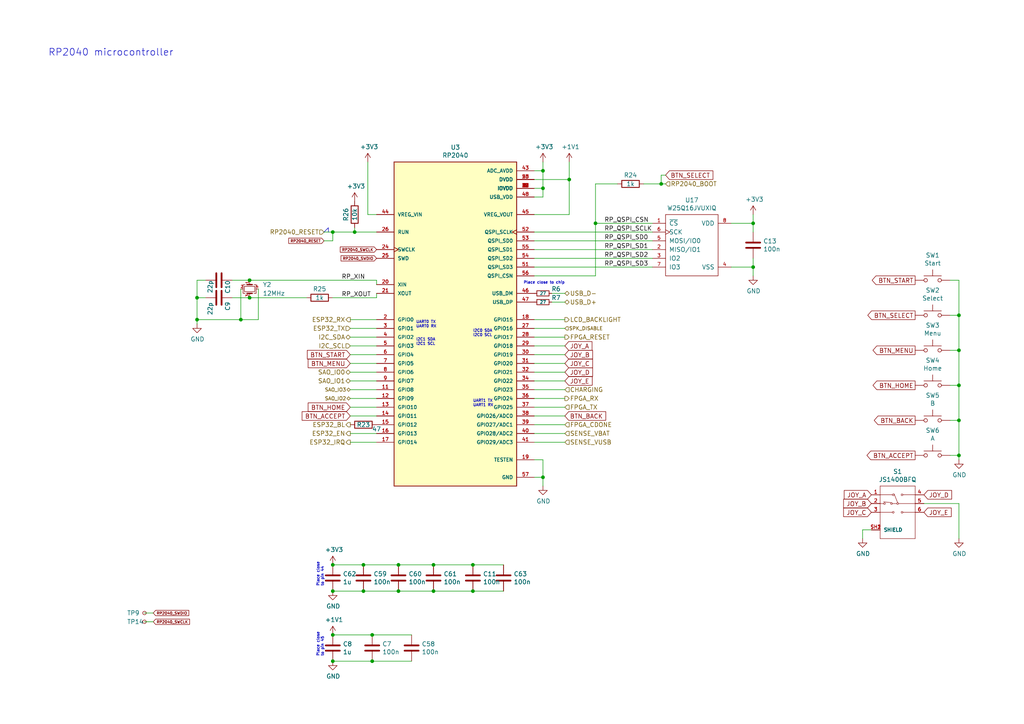
<source format=kicad_sch>
(kicad_sch (version 20211123) (generator eeschema)
  (paper "A4")
  (title_block (title "MCH2022 badge - RP2040 microcontroller") (date "2022-03-11") (rev "4") (company "BADGE.TEAM"))
  (lib_symbols
    (symbol "JS1400BFQ:JS1400BFQ" (pin_names (offset 1.016))
      (property "Reference" "S" (at -5.08 7.8994 0))
      (property "Value" "JS1400BFQ" (at -5.1054 -9.1694 0))
      (symbol "JS1400BFQ_0_0"
        (circle (center -3.81 2.54) (radius 0.254) (stroke (width 0.127)))
        (circle (center -1.778 2.54) (radius 0.254) (stroke (width 0.127)))
        (circle (center -1.27 0) (radius 0.254) (stroke (width 0.127)))
        (circle (center -1.27 5.08) (radius 0.254) (stroke (width 0.127)))
        (polyline (pts (xy -5.08 -7.62) (xy 5.08 -7.62)) (stroke (width 0.127)))
        (polyline (pts (xy -5.08 0) (xy -5.08 -7.62)) (stroke (width 0.127)))
        (polyline (pts (xy -5.08 0) (xy -1.524 0)) (stroke (width 0.127)))
        (polyline (pts (xy -5.08 2.54) (xy -5.08 0)) (stroke (width 0.127)))
        (polyline (pts (xy -5.08 2.54) (xy -4.064 2.54)) (stroke (width 0.127)))
        (polyline (pts (xy -5.08 5.08) (xy -5.08 2.54)) (stroke (width 0.127)))
        (polyline (pts (xy -5.08 5.08) (xy -1.524 5.08)) (stroke (width 0.127)))
        (polyline (pts (xy -5.08 7.62) (xy -5.08 5.08)) (stroke (width 0.127)))
        (polyline (pts (xy -5.08 7.62) (xy 5.08 7.62)) (stroke (width 0.127)))
        (polyline (pts (xy -1.778 2.794) (xy -4.064 3.048)) (stroke (width 0.127)))
        (polyline (pts (xy -1.524 2.54) (xy -0.254 2.54)) (stroke (width 0.127)))
        (polyline (pts (xy 0 2.794) (xy -1.016 5.334)) (stroke (width 0.127)))
        (polyline (pts (xy 5.08 0) (xy 1.524 0)) (stroke (width 0.127)))
        (polyline (pts (xy 5.08 0) (xy 5.08 -7.62)) (stroke (width 0.127)))
        (polyline (pts (xy 5.08 2.54) (xy 0.254 2.54)) (stroke (width 0.127)))
        (polyline (pts (xy 5.08 2.54) (xy 5.08 0)) (stroke (width 0.127)))
        (polyline (pts (xy 5.08 5.08) (xy 1.524 5.08)) (stroke (width 0.127)))
        (polyline (pts (xy 5.08 5.08) (xy 5.08 2.54)) (stroke (width 0.127)))
        (polyline (pts (xy 5.08 7.62) (xy 5.08 5.08)) (stroke (width 0.127)))
        (circle (center 0 2.54) (radius 0.254) (stroke (width 0.127)))
        (circle (center 1.27 0) (radius 0.254) (stroke (width 0.127)))
        (circle (center 1.27 5.08) (radius 0.254) (stroke (width 0.127)))
        (pin passive line (at -7.62 5.08 0) (length 2.54) (name "~") (number "1"))
        (pin passive line (at -7.62 2.54 0) (length 2.54) (name "~") (number "2"))
        (pin passive line (at -7.62 0 0) (length 2.54) (name "~") (number "3"))
        (pin passive line (at 7.62 5.08 180) (length 2.54) (name "~") (number "4"))
        (pin passive line (at 7.62 2.54 180) (length 2.54) (name "~") (number "5"))
        (pin passive line (at 7.62 0 180) (length 2.54) (name "~") (number "6"))
        (pin passive line (at -7.62 -5.08 0) (length 2.54) (name "SHIELD") (number "SH1"))
        (pin passive line (at -7.62 -5.08 0) (length 2.54) (name "SHIELD") (number "SH2"))
      )
    )
    (symbol "RP2040:RP2040" (pin_names (offset 1.016))
      (property "Reference" "U" (at -17.78 50.8 0))
      (property "Value" "RP2040" (at -17.78 -48.26 0))
      (symbol "RP2040_0_0"
        (rectangle (start -17.78 -45.72) (end 17.78 48.26) (stroke (width 0.254)) (fill (type background)))
        (pin power_in line (at 22.86 40.64 180) (length 5.08) (name "IOVDD") (number "1"))
        (pin power_in line (at 22.86 40.64 180) (length 5.08) (name "IOVDD") (number "10"))
        (pin bidirectional line (at -22.86 -17.78 0) (length 5.08) (name "GPIO8") (number "11"))
        (pin bidirectional line (at -22.86 -20.32 0) (length 5.08) (name "GPIO9") (number "12"))
        (pin bidirectional line (at -22.86 -22.86 0) (length 5.08) (name "GPIO10") (number "13"))
        (pin bidirectional line (at -22.86 -25.4 0) (length 5.08) (name "GPIO11") (number "14"))
        (pin bidirectional line (at -22.86 -27.94 0) (length 5.08) (name "GPIO12") (number "15"))
        (pin bidirectional line (at -22.86 -30.48 0) (length 5.08) (name "GPIO13") (number "16"))
        (pin bidirectional line (at -22.86 -33.02 0) (length 5.08) (name "GPIO14") (number "17"))
        (pin bidirectional line (at 22.86 2.54 180) (length 5.08) (name "GPIO15") (number "18"))
        (pin passive line (at 22.86 -38.1 180) (length 5.08) (name "TESTEN") (number "19"))
        (pin bidirectional line (at -22.86 2.54 0) (length 5.08) (name "GPIO0") (number "2"))
        (pin input line (at -22.86 12.7 0) (length 5.08) (name "XIN") (number "20"))
        (pin output line (at -22.86 10.16 0) (length 5.08) (name "XOUT") (number "21"))
        (pin power_in line (at 22.86 40.64 180) (length 5.08) (name "IOVDD") (number "22"))
        (pin power_in line (at 22.86 43.18 180) (length 5.08) (name "DVDD") (number "23"))
        (pin input clock (at -22.86 22.86 0) (length 5.08) (name "SWCLK") (number "24"))
        (pin bidirectional line (at -22.86 20.32 0) (length 5.08) (name "SWD") (number "25"))
        (pin input line (at -22.86 27.94 0) (length 5.08) (name "RUN") (number "26"))
        (pin bidirectional line (at 22.86 0 180) (length 5.08) (name "GPIO16") (number "27"))
        (pin bidirectional line (at 22.86 -2.54 180) (length 5.08) (name "GPIO17") (number "28"))
        (pin bidirectional line (at 22.86 -5.08 180) (length 5.08) (name "GPIO18") (number "29"))
        (pin bidirectional line (at -22.86 0 0) (length 5.08) (name "GPIO1") (number "3"))
        (pin bidirectional line (at 22.86 -7.62 180) (length 5.08) (name "GPIO19") (number "30"))
        (pin bidirectional line (at 22.86 -10.16 180) (length 5.08) (name "GPIO20") (number "31"))
        (pin bidirectional line (at 22.86 -12.7 180) (length 5.08) (name "GPIO21") (number "32"))
        (pin power_in line (at 22.86 40.64 180) (length 5.08) (name "IOVDD") (number "33"))
        (pin bidirectional line (at 22.86 -15.24 180) (length 5.08) (name "GPIO22") (number "34"))
        (pin bidirectional line (at 22.86 -17.78 180) (length 5.08) (name "GPIO23") (number "35"))
        (pin bidirectional line (at 22.86 -20.32 180) (length 5.08) (name "GPIO24") (number "36"))
        (pin bidirectional line (at 22.86 -22.86 180) (length 5.08) (name "GPIO25") (number "37"))
        (pin bidirectional line (at 22.86 -25.4 180) (length 5.08) (name "GPIO26/ADC0") (number "38"))
        (pin bidirectional line (at 22.86 -27.94 180) (length 5.08) (name "GPIO27/ADC1") (number "39"))
        (pin bidirectional line (at -22.86 -2.54 0) (length 5.08) (name "GPIO2") (number "4"))
        (pin bidirectional line (at 22.86 -30.48 180) (length 5.08) (name "GPIO28/ADC2") (number "40"))
        (pin bidirectional line (at 22.86 -33.02 180) (length 5.08) (name "GPIO29/ADC3") (number "41"))
        (pin power_in line (at 22.86 40.64 180) (length 5.08) (name "IOVDD") (number "42"))
        (pin power_in line (at 22.86 45.72 180) (length 5.08) (name "ADC_AVDD") (number "43"))
        (pin input line (at -22.86 33.02 0) (length 5.08) (name "VREG_VIN") (number "44"))
        (pin output line (at 22.86 33.02 180) (length 5.08) (name "VREG_VOUT") (number "45"))
        (pin bidirectional line (at 22.86 10.16 180) (length 5.08) (name "USB_DM") (number "46"))
        (pin bidirectional line (at 22.86 7.62 180) (length 5.08) (name "USB_DP") (number "47"))
        (pin power_in line (at 22.86 38.1 180) (length 5.08) (name "USB_VDD") (number "48"))
        (pin power_in line (at 22.86 40.64 180) (length 5.08) (name "IOVDD") (number "49"))
        (pin bidirectional line (at -22.86 -5.08 0) (length 5.08) (name "GPIO3") (number "5"))
        (pin power_in line (at 22.86 43.18 180) (length 5.08) (name "DVDD") (number "50"))
        (pin bidirectional line (at 22.86 17.78 180) (length 5.08) (name "QSPI_SD3") (number "51"))
        (pin bidirectional clock (at 22.86 27.94 180) (length 5.08) (name "QSPI_SCLK") (number "52"))
        (pin bidirectional line (at 22.86 25.4 180) (length 5.08) (name "QSPI_SD0") (number "53"))
        (pin bidirectional line (at 22.86 20.32 180) (length 5.08) (name "QSPI_SD2") (number "54"))
        (pin bidirectional line (at 22.86 22.86 180) (length 5.08) (name "QSPI_SD1") (number "55"))
        (pin bidirectional line (at 22.86 15.24 180) (length 5.08) (name "QSPI_CSN") (number "56"))
        (pin power_in line (at 22.86 -43.18 180) (length 5.08) (name "GND") (number "57"))
        (pin bidirectional line (at -22.86 -7.62 0) (length 5.08) (name "GPIO4") (number "6"))
        (pin bidirectional line (at -22.86 -10.16 0) (length 5.08) (name "GPIO5") (number "7"))
        (pin bidirectional line (at -22.86 -12.7 0) (length 5.08) (name "GPIO6") (number "8"))
        (pin bidirectional line (at -22.86 -15.24 0) (length 5.08) (name "GPIO7") (number "9"))
      )
    )
    (symbol "mch2021-rescue:+3.3V-power" (power) (pin_names (offset 0))
      (property "Value" "+3.3V-power" (at 0 3.556 0))
      (symbol "+3.3V-power_0_1"
        (polyline (pts (xy -0.762 1.27) (xy 0 2.54)))
        (polyline (pts (xy 0 0) (xy 0 2.54)))
        (polyline (pts (xy 0 2.54) (xy 0.762 1.27)))
      )
      (symbol "+3.3V-power_1_1"
        (pin power_in line (at 0 0 90) (length 0) hide (name "+3V3") (number "1"))
      )
    )
    (symbol "mch2021-rescue:C-Device" (pin_numbers hide) (pin_names (offset 0.254))
      (property "Reference" "C" (at 0.635 2.54 0))
      (property "Value" "C-Device" (at 0.635 -2.54 0))
      (symbol "C-Device_0_1"
        (polyline (pts (xy -2.032 -0.762) (xy 2.032 -0.762)) (stroke (width 0.508)))
        (polyline (pts (xy -2.032 0.762) (xy 2.032 0.762)) (stroke (width 0.508)))
      )
      (symbol "C-Device_1_1"
        (pin passive line (at 0 3.81 270) (length 2.794) (name "~") (number "1"))
        (pin passive line (at 0 -3.81 90) (length 2.794) (name "~") (number "2"))
      )
    )
    (symbol "mch2021-rescue:Crystal_GND24_Small-Device" (pin_names (offset 1.016) hide)
      (property "Reference" "Y" (at 1.27 4.445 0))
      (property "Value" "Crystal_GND24_Small-Device" (at 1.27 2.54 0))
      (symbol "Crystal_GND24_Small-Device_0_1"
        (rectangle (start -0.762 -1.524) (end 0.762 1.524))
        (polyline (pts (xy -1.27 -0.762) (xy -1.27 0.762)) (stroke (width 0.381)))
        (polyline (pts (xy 1.27 -0.762) (xy 1.27 0.762)) (stroke (width 0.381)))
        (polyline (pts (xy -1.27 -1.27) (xy -1.27 -1.905) (xy 1.27 -1.905) (xy 1.27 -1.27)))
        (polyline (pts (xy -1.27 1.27) (xy -1.27 1.905) (xy 1.27 1.905) (xy 1.27 1.27)))
      )
      (symbol "Crystal_GND24_Small-Device_1_1"
        (pin passive line (at -2.54 0 0) (length 1.27) (name "1") (number "1"))
        (pin passive line (at 0 -2.54 90) (length 0.635) (name "2") (number "2"))
        (pin passive line (at 2.54 0 180) (length 1.27) (name "3") (number "3"))
        (pin passive line (at 0 2.54 270) (length 0.635) (name "4") (number "4"))
      )
    )
    (symbol "mch2021-rescue:GND-power" (power) (pin_names (offset 0))
      (property "Value" "GND-power" (at 0 -3.81 0))
      (symbol "GND-power_0_1"
        (polyline (pts (xy 0 0) (xy 0 -1.27) (xy 1.27 -1.27) (xy 0 -2.54) (xy -1.27 -1.27) (xy 0 -1.27)))
      )
      (symbol "GND-power_1_1"
        (pin power_in line (at 0 0 270) (length 0) hide (name "GND") (number "1"))
      )
    )
    (symbol "mch2021-rescue:R-Device" (pin_numbers hide) (pin_names (offset 0))
      (property "Reference" "R" (at 2.032 0 90))
      (property "Value" "R-Device" (at 0 0 90))
      (symbol "R-Device_0_1"
        (rectangle (start -1.016 -2.54) (end 1.016 2.54) (stroke (width 0.254)))
      )
      (symbol "R-Device_1_1"
        (pin passive line (at 0 3.81 270) (length 1.27) (name "~") (number "1"))
        (pin passive line (at 0 -3.81 90) (length 1.27) (name "~") (number "2"))
      )
    )
    (symbol "mch2021-rescue:R_Small-Device" (pin_numbers hide) (pin_names (offset 0.254) hide)
      (property "Reference" "R" (at 0.762 0.508 0))
      (property "Value" "R_Small-Device" (at 0.762 -1.016 0))
      (symbol "R_Small-Device_0_1"
        (rectangle (start -0.762 1.778) (end 0.762 -1.778) (stroke (width 0.2032)))
      )
      (symbol "R_Small-Device_1_1"
        (pin passive line (at 0 2.54 270) (length 0.762) (name "~") (number "1"))
        (pin passive line (at 0 -2.54 90) (length 0.762) (name "~") (number "2"))
      )
    )
    (symbol "mch2021-rescue:SPIFLASH_QSPI-spiflash" (pin_names (offset 1.016))
      (property "Reference" "U" (at 0 12.7 0))
      (property "Value" "SPIFLASH_QSPI-spiflash" (at 0 10.16 0))
      (symbol "SPIFLASH_QSPI-spiflash_0_1"
        (rectangle (start -7.62 8.89) (end 7.62 -8.89))
      )
      (symbol "SPIFLASH_QSPI-spiflash_1_1"
        (pin input line (at -11.43 6.35 0) (length 3.81) (name "~{CS}") (number "1"))
        (pin tri_state line (at -11.43 -1.27 0) (length 3.81) (name "MISO/IO1") (number "2"))
        (pin tri_state line (at -11.43 -3.81 0) (length 3.81) (name "IO2") (number "3"))
        (pin power_in line (at 11.43 -6.35 180) (length 3.81) (name "VSS") (number "4"))
        (pin tri_state line (at -11.43 1.27 0) (length 3.81) (name "MOSI/IO0") (number "5"))
        (pin input clock (at -11.43 3.81 0) (length 3.81) (name "SCK") (number "6"))
        (pin tri_state line (at -11.43 -6.35 0) (length 3.81) (name "IO3") (number "7"))
        (pin power_in line (at 11.43 6.35 180) (length 3.81) (name "VDD") (number "8"))
      )
    )
    (symbol "mch2021-rescue:SW_Push-Switch" (pin_numbers hide) (pin_names (offset 1.016) hide)
      (property "Reference" "SW" (at 1.27 2.54 0))
      (property "Value" "SW_Push-Switch" (at 0 -1.524 0))
      (symbol "SW_Push-Switch_0_1"
        (circle (center -2.032 0) (radius 0.508))
        (polyline (pts (xy 0 1.27) (xy 0 3.048)))
        (polyline (pts (xy 2.54 1.27) (xy -2.54 1.27)))
        (circle (center 2.032 0) (radius 0.508))
        (pin passive line (at -5.08 0 0) (length 2.54) (name "1") (number "1"))
        (pin passive line (at 5.08 0 180) (length 2.54) (name "2") (number "2"))
      )
    )
    (symbol "mch2021-rescue:TestPoint_Small-Connector" (pin_numbers hide) (pin_names (offset 0.762) hide)
      (property "Reference" "TP" (at 0 3.81 0))
      (property "Value" "TestPoint_Small-Connector" (at 0 2.032 0))
      (symbol "TestPoint_Small-Connector_0_1"
        (circle (center 0 0) (radius 0.508))
      )
      (symbol "TestPoint_Small-Connector_1_1"
        (pin passive line (at 0 0 90) (length 0) (name "1") (number "1"))
      )
    )
    (symbol "power:+1V1" (power) (pin_names (offset 0))
      (property "Value" "+1V1" (at 0 3.556 0))
      (symbol "+1V1_0_1"
        (polyline (pts (xy -0.762 1.27) (xy 0 2.54)))
        (polyline (pts (xy 0 0) (xy 0 2.54)))
        (polyline (pts (xy 0 2.54) (xy 0.762 1.27)))
      )
      (symbol "+1V1_1_1"
        (pin power_in line (at 0 0 90) (length 0) hide (name "+1V1") (number "1"))
      )
    )
  )
  (junction (at 218.44 64.77))
  (junction (at 96.52 67.31))
  (junction (at 57.15 92.71))
  (junction (at 157.48 49.53))
  (junction (at 157.48 138.43))
  (junction (at 137.16 171.45))
  (junction (at 69.85 92.71))
  (junction (at 125.73 163.83))
  (junction (at 96.52 184.15))
  (junction (at 218.44 77.47))
  (junction (at 278.13 132.08))
  (junction (at 157.48 54.61))
  (junction (at 165.1 52.07))
  (junction (at 96.52 163.83))
  (junction (at 278.13 121.92))
  (junction (at 278.13 91.44))
  (junction (at 191.77 53.34))
  (junction (at 107.95 184.15))
  (junction (at 72.39 81.28))
  (junction (at 107.95 191.77))
  (junction (at 72.39 86.36))
  (junction (at 96.52 191.77))
  (junction (at 115.57 171.45))
  (junction (at 96.52 171.45))
  (junction (at 115.57 163.83))
  (junction (at 137.16 163.83))
  (junction (at 125.73 171.45))
  (junction (at 278.13 101.6))
  (junction (at 105.41 163.83))
  (junction (at 102.87 67.31))
  (junction (at 57.15 86.36))
  (junction (at 278.13 111.76))
  (junction (at 172.72 64.77))
  (junction (at 105.41 171.45))
  (wire (pts (xy 101.6 120.65) (xy 109.22 120.65)))
  (wire (pts (xy 154.94 107.95) (xy 163.83 107.95)))
  (wire (pts (xy 101.6 125.73) (xy 109.22 125.73)))
  (wire (pts (xy 109.22 115.57) (xy 101.6 115.57)))
  (wire (pts (xy 109.22 86.36) (xy 109.22 85.09)))
  (wire (pts (xy 57.15 92.71) (xy 57.15 86.36)))
  (wire (pts (xy 218.44 64.77) (xy 218.44 67.31)))
  (wire (pts (xy 278.13 121.92) (xy 278.13 132.08)))
  (wire (pts (xy 154.94 54.61) (xy 157.48 54.61)))
  (wire (pts (xy 101.6 110.49) (xy 109.22 110.49)))
  (wire (pts (xy 154.94 69.85) (xy 189.23 69.85)))
  (wire (pts (xy 193.04 50.8) (xy 191.77 50.8)))
  (wire (pts (xy 137.16 171.45) (xy 146.05 171.45)))
  (wire (pts (xy 115.57 163.83) (xy 125.73 163.83)))
  (wire (pts (xy 96.52 191.77) (xy 107.95 191.77)))
  (wire (pts (xy 109.22 62.23) (xy 106.68 62.23)))
  (wire (pts (xy 154.94 97.79) (xy 163.83 97.79)))
  (wire (pts (xy 163.83 118.11) (xy 154.94 118.11)))
  (wire (pts (xy 278.13 146.05) (xy 267.97 146.05)))
  (wire (pts (xy 154.94 138.43) (xy 157.48 138.43)))
  (wire (pts (xy 102.87 67.31) (xy 102.87 66.04)))
  (wire (pts (xy 154.94 102.87) (xy 163.83 102.87)))
  (wire (pts (xy 102.87 67.31) (xy 109.22 67.31)))
  (wire (pts (xy 154.94 110.49) (xy 163.83 110.49)))
  (wire (pts (xy 163.83 115.57) (xy 154.94 115.57)))
  (wire (pts (xy 107.95 191.77) (xy 119.38 191.77)))
  (wire (pts (xy 275.59 101.6) (xy 278.13 101.6)))
  (wire (pts (xy 101.6 105.41) (xy 109.22 105.41)))
  (wire (pts (xy 154.94 100.33) (xy 163.83 100.33)))
  (wire (pts (xy 109.22 81.28) (xy 109.22 82.55)))
  (wire (pts (xy 172.72 80.01) (xy 172.72 64.77)))
  (wire (pts (xy 154.94 80.01) (xy 172.72 80.01)))
  (wire (pts (xy 165.1 52.07) (xy 165.1 46.99)))
  (wire (pts (xy 96.52 86.36) (xy 109.22 86.36)))
  (wire (pts (xy 96.52 184.15) (xy 107.95 184.15)))
  (polyline (pts (xy 95.25 66.04) (xy 95.25 67.31)))
  (wire (pts (xy 160.02 87.63) (xy 163.83 87.63)))
  (wire (pts (xy 275.59 111.76) (xy 278.13 111.76)))
  (wire (pts (xy 154.94 57.15) (xy 157.48 57.15)))
  (wire (pts (xy 115.57 171.45) (xy 125.73 171.45)))
  (wire (pts (xy 157.48 138.43) (xy 157.48 140.97)))
  (wire (pts (xy 137.16 163.83) (xy 146.05 163.83)))
  (wire (pts (xy 101.6 118.11) (xy 109.22 118.11)))
  (wire (pts (xy 163.83 128.27) (xy 154.94 128.27)))
  (wire (pts (xy 218.44 77.47) (xy 218.44 80.01)))
  (wire (pts (xy 101.6 107.95) (xy 109.22 107.95)))
  (wire (pts (xy 154.94 72.39) (xy 189.23 72.39)))
  (wire (pts (xy 44.45 177.8) (xy 41.91 177.8)))
  (wire (pts (xy 172.72 53.34) (xy 172.72 64.77)))
  (wire (pts (xy 278.13 81.28) (xy 278.13 91.44)))
  (wire (pts (xy 154.94 77.47) (xy 189.23 77.47)))
  (wire (pts (xy 69.85 92.71) (xy 74.93 92.71)))
  (wire (pts (xy 278.13 132.08) (xy 275.59 132.08)))
  (wire (pts (xy 278.13 132.08) (xy 278.13 133.35)))
  (wire (pts (xy 218.44 77.47) (xy 218.44 74.93)))
  (wire (pts (xy 57.15 86.36) (xy 57.15 81.28)))
  (wire (pts (xy 69.85 92.71) (xy 69.85 83.82)))
  (wire (pts (xy 41.91 180.34) (xy 44.45 180.34)))
  (wire (pts (xy 72.39 86.36) (xy 67.31 86.36)))
  (wire (pts (xy 154.94 92.71) (xy 163.83 92.71)))
  (wire (pts (xy 96.52 69.85) (xy 96.52 67.31)))
  (wire (pts (xy 57.15 93.98) (xy 57.15 92.71)))
  (polyline (pts (xy 93.98 67.31) (xy 95.25 66.04)))
  (wire (pts (xy 163.83 95.25) (xy 154.94 95.25)))
  (wire (pts (xy 191.77 53.34) (xy 193.04 53.34)))
  (wire (pts (xy 93.98 69.85) (xy 96.52 69.85)))
  (wire (pts (xy 107.95 184.15) (xy 119.38 184.15)))
  (wire (pts (xy 250.19 153.67) (xy 250.19 156.21)))
  (wire (pts (xy 101.6 92.71) (xy 109.22 92.71)))
  (wire (pts (xy 154.94 52.07) (xy 165.1 52.07)))
  (wire (pts (xy 105.41 171.45) (xy 115.57 171.45)))
  (wire (pts (xy 154.94 133.35) (xy 157.48 133.35)))
  (wire (pts (xy 160.02 85.09) (xy 163.83 85.09)))
  (wire (pts (xy 278.13 91.44) (xy 278.13 101.6)))
  (wire (pts (xy 154.94 123.19) (xy 163.83 123.19)))
  (wire (pts (xy 154.94 49.53) (xy 157.48 49.53)))
  (wire (pts (xy 57.15 81.28) (xy 59.69 81.28)))
  (wire (pts (xy 74.93 83.82) (xy 74.93 92.71)))
  (wire (pts (xy 154.94 67.31) (xy 189.23 67.31)))
  (wire (pts (xy 101.6 95.25) (xy 109.22 95.25)))
  (wire (pts (xy 275.59 121.92) (xy 278.13 121.92)))
  (wire (pts (xy 157.48 133.35) (xy 157.48 138.43)))
  (wire (pts (xy 125.73 171.45) (xy 137.16 171.45)))
  (wire (pts (xy 278.13 111.76) (xy 278.13 121.92)))
  (wire (pts (xy 278.13 156.21) (xy 278.13 146.05)))
  (wire (pts (xy 88.9 86.36) (xy 72.39 86.36)))
  (wire (pts (xy 59.69 86.36) (xy 57.15 86.36)))
  (wire (pts (xy 275.59 91.44) (xy 278.13 91.44)))
  (wire (pts (xy 157.48 49.53) (xy 157.48 46.99)))
  (wire (pts (xy 212.09 77.47) (xy 218.44 77.47)))
  (wire (pts (xy 218.44 64.77) (xy 218.44 62.23)))
  (wire (pts (xy 93.98 67.31) (xy 96.52 67.31)))
  (wire (pts (xy 163.83 113.03) (xy 154.94 113.03)))
  (wire (pts (xy 96.52 171.45) (xy 105.41 171.45)))
  (wire (pts (xy 101.6 100.33) (xy 109.22 100.33)))
  (wire (pts (xy 252.73 153.67) (xy 250.19 153.67)))
  (wire (pts (xy 154.94 105.41) (xy 163.83 105.41)))
  (wire (pts (xy 102.87 67.31) (xy 96.52 67.31)))
  (wire (pts (xy 157.48 54.61) (xy 157.48 49.53)))
  (wire (pts (xy 275.59 81.28) (xy 278.13 81.28)))
  (wire (pts (xy 212.09 64.77) (xy 218.44 64.77)))
  (wire (pts (xy 101.6 113.03) (xy 109.22 113.03)))
  (wire (pts (xy 154.94 74.93) (xy 189.23 74.93)))
  (wire (pts (xy 154.94 120.65) (xy 163.83 120.65)))
  (wire (pts (xy 191.77 50.8) (xy 191.77 53.34)))
  (wire (pts (xy 57.15 92.71) (xy 69.85 92.71)))
  (wire (pts (xy 96.52 163.83) (xy 105.41 163.83)))
  (wire (pts (xy 125.73 163.83) (xy 137.16 163.83)))
  (wire (pts (xy 72.39 81.28) (xy 109.22 81.28)))
  (wire (pts (xy 165.1 62.23) (xy 165.1 52.07)))
  (wire (pts (xy 106.68 62.23) (xy 106.68 46.99)))
  (wire (pts (xy 186.69 53.34) (xy 191.77 53.34)))
  (wire (pts (xy 101.6 97.79) (xy 109.22 97.79)))
  (wire (pts (xy 172.72 64.77) (xy 189.23 64.77)))
  (wire (pts (xy 72.39 81.28) (xy 67.31 81.28)))
  (wire (pts (xy 163.83 125.73) (xy 154.94 125.73)))
  (wire (pts (xy 157.48 57.15) (xy 157.48 54.61)))
  (wire (pts (xy 105.41 163.83) (xy 115.57 163.83)))
  (wire (pts (xy 109.22 128.27) (xy 101.6 128.27)))
  (wire (pts (xy 154.94 62.23) (xy 165.1 62.23)))
  (wire (pts (xy 179.07 53.34) (xy 172.72 53.34)))
  (wire (pts (xy 101.6 102.87) (xy 109.22 102.87)))
  (wire (pts (xy 278.13 101.6) (xy 278.13 111.76)))
  (text "UART0 TX\nUART0 RX" (at 120.65 95.25 0) (effects (font (size 0.7874 0.7874)) (justify left bottom)))
  (text "I2C1 SDA\nI2C1 SCL" (at 120.65 100.33 0) (effects (font (size 0.7874 0.7874)) (justify left bottom)))
  (text "Place close\nto pin 45" (at 93.98 190.5 90) (effects (font (size 0.7874 0.7874)) (justify left bottom)))
  (text "I2C0 SDA\nI2C0 SCL" (at 137.16 97.79 0) (effects (font (size 0.7874 0.7874)) (justify left bottom)))
  (text "RP2040 microcontroller" (at 13.97 16.51 0) (effects (font (size 2.0066 2.0066)) (justify left bottom)))
  (text "Place close to chip" (at 163.83 82.55 180) (effects (font (size 0.7874 0.7874)) (justify right bottom)))
  (text "UART1 TX\nUART1 RX" (at 137.16 118.11 0) (effects (font (size 0.7874 0.7874)) (justify left bottom)))
  (text "Place close\nto pin 44" (at 93.98 170.18 90) (effects (font (size 0.7874 0.7874)) (justify left bottom)))
  (label "RP_QSPI_SD0" (at 175.26 69.85 0))
  (label "RP_QSPI_SD1" (at 175.26 72.39 0))
  (label "RP_XIN" (at 99.06 81.28 0))
  (label "RP_XOUT" (at 99.06 86.36 0))
  (label "RP_QSPI_CSN" (at 175.26 64.77 0))
  (label "RP_QSPI_SD2" (at 175.26 74.93 0))
  (label "RP_QSPI_SD3" (at 175.26 77.47 0))
  (label "RP_QSPI_SCLK" (at 175.26 67.31 0))
  (global_label "RP2040_SWDIO" (shape input) (at 109.22 74.93 180) (effects (font (size 0.7874 0.7874))) (property "Intersheet References" "${INTERSHEET_REFS}" (effects hide)))
  (global_label "BTN_MENU" (shape output) (at 265.43 101.6 180) (property "Intersheet References" "${INTERSHEET_REFS}" (effects hide)))
  (global_label "BTN_BACK" (shape input) (at 163.83 120.65 0) (property "Intersheet References" "${INTERSHEET_REFS}" (effects hide)))
  (global_label "RP2040_SWCLK" (shape input) (at 109.22 72.39 180) (effects (font (size 0.7874 0.7874))) (property "Intersheet References" "${INTERSHEET_REFS}" (effects hide)))
  (global_label "JOY_E" (shape input) (at 267.97 148.59 0) (property "Intersheet References" "${INTERSHEET_REFS}" (effects hide)))
  (global_label "JOY_A" (shape input) (at 252.73 143.51 180) (property "Intersheet References" "${INTERSHEET_REFS}" (effects hide)))
  (global_label "JOY_D" (shape input) (at 163.83 107.95 0) (property "Intersheet References" "${INTERSHEET_REFS}" (effects hide)))
  (global_label "JOY_E" (shape input) (at 163.83 110.49 0) (property "Intersheet References" "${INTERSHEET_REFS}" (effects hide)))
  (global_label "BTN_HOME" (shape input) (at 101.6 118.11 180) (property "Intersheet References" "${INTERSHEET_REFS}" (effects hide)))
  (global_label "JOY_A" (shape input) (at 163.83 100.33 0) (property "Intersheet References" "${INTERSHEET_REFS}" (effects hide)))
  (global_label "BTN_ACCEPT" (shape output) (at 265.43 132.08 180) (property "Intersheet References" "${INTERSHEET_REFS}" (effects hide)))
  (global_label "JOY_B" (shape input) (at 163.83 102.87 0) (property "Intersheet References" "${INTERSHEET_REFS}" (effects hide)))
  (global_label "RP2040_RESET" (shape input) (at 93.98 69.85 180) (effects (font (size 0.7874 0.7874))) (property "Intersheet References" "${INTERSHEET_REFS}" (effects hide)))
  (global_label "JOY_C" (shape input) (at 252.73 148.59 180) (property "Intersheet References" "${INTERSHEET_REFS}" (effects hide)))
  (global_label "JOY_B" (shape input) (at 252.73 146.05 180) (property "Intersheet References" "${INTERSHEET_REFS}" (effects hide)))
  (global_label "BTN_HOME" (shape output) (at 265.43 111.76 180) (property "Intersheet References" "${INTERSHEET_REFS}" (effects hide)))
  (global_label "BTN_START" (shape input) (at 101.6 102.87 180) (property "Intersheet References" "${INTERSHEET_REFS}" (effects hide)))
  (global_label "BTN_ACCEPT" (shape input) (at 101.6 120.65 180) (property "Intersheet References" "${INTERSHEET_REFS}" (effects hide)))
  (global_label "BTN_MENU" (shape input) (at 101.6 105.41 180) (property "Intersheet References" "${INTERSHEET_REFS}" (effects hide)))
  (global_label "BTN_SELECT" (shape output) (at 265.43 91.44 180) (property "Intersheet References" "${INTERSHEET_REFS}" (effects hide)))
  (global_label "JOY_C" (shape input) (at 163.83 105.41 0) (property "Intersheet References" "${INTERSHEET_REFS}" (effects hide)))
  (global_label "RP2040_SWDIO" (shape input) (at 44.45 177.8 0) (effects (font (size 0.7874 0.7874))) (property "Intersheet References" "${INTERSHEET_REFS}" (effects hide)))
  (global_label "BTN_BACK" (shape output) (at 265.43 121.92 180) (property "Intersheet References" "${INTERSHEET_REFS}" (effects hide)))
  (global_label "JOY_D" (shape input) (at 267.97 143.51 0) (property "Intersheet References" "${INTERSHEET_REFS}" (effects hide)))
  (global_label "BTN_START" (shape output) (at 265.43 81.28 180) (property "Intersheet References" "${INTERSHEET_REFS}" (effects hide)))
  (global_label "RP2040_SWCLK" (shape input) (at 44.45 180.34 0) (effects (font (size 0.7874 0.7874))) (property "Intersheet References" "${INTERSHEET_REFS}" (effects hide)))
  (global_label "BTN_SELECT" (shape input) (at 193.04 50.8 0) (property "Intersheet References" "${INTERSHEET_REFS}" (effects hide)))
  (hierarchical_label "FPGA_RESET" (shape output) (at 163.83 97.79 0))
  (hierarchical_label "LCD_BACKLIGHT" (shape output) (at 163.83 92.71 0))
  (hierarchical_label "SAO_IO3" (shape bidirectional) (at 101.6 113.03 180) (effects (font (size 1 1))))
  (hierarchical_label "SAO_IO1" (shape bidirectional) (at 101.6 110.49 180))
  (hierarchical_label "ESP32_RX" (shape output) (at 101.6 92.71 180))
  (hierarchical_label "ESP32_TX" (shape input) (at 101.6 95.25 180))
  (hierarchical_label "USB_D+" (shape bidirectional) (at 163.83 87.63 0))
  (hierarchical_label "RP2040_BOOT" (shape input) (at 193.04 53.34 0))
  (hierarchical_label "ESP32_IRQ" (shape output) (at 101.6 128.27 180))
  (hierarchical_label "RP2040_RESET" (shape input) (at 93.98 67.31 180))
  (hierarchical_label "I2C_SDA" (shape tri_state) (at 101.6 97.79 180))
  (hierarchical_label "ESP32_EN" (shape output) (at 101.6 125.73 180))
  (hierarchical_label "FPGA_RX" (shape output) (at 163.83 115.57 0))
  (hierarchical_label "SENSE_VUSB" (shape input) (at 163.83 128.27 0))
  (hierarchical_label "SAO_IO2" (shape bidirectional) (at 101.6 115.57 180) (effects (font (size 1 1))))
  (hierarchical_label "FPGA_TX" (shape input) (at 163.83 118.11 0))
  (hierarchical_label "USB_D-" (shape bidirectional) (at 163.83 85.09 0))
  (hierarchical_label "ESP32_BL" (shape output) (at 101.6 123.19 180))
  (hierarchical_label "I2C_SCL" (shape input) (at 101.6 100.33 180))
  (hierarchical_label "CHARGING" (shape input) (at 163.83 113.03 0))
  (hierarchical_label "FPGA_CDONE" (shape input) (at 163.83 123.19 0))
  (hierarchical_label "SPK_DISABLE" (shape input) (at 163.83 95.25 0) (effects (font (size 1 1))))
  (hierarchical_label "SENSE_VBAT" (shape input) (at 163.83 125.73 0))
  (hierarchical_label "SAO_IO0" (shape bidirectional) (at 101.6 107.95 180))
  (symbol (lib_id "mch2021-rescue:C-Device") (at 137.16 167.64 0) (unit 1)
    (property "Reference" "C11" (at 140.081 166.4716 0) (effects (justify left)))
    (property "Value" "100n" (at 140.081 168.783 0) (effects (justify left)))
    (property "Footprint" "Capacitor_SMD:C_0402_1005Metric" (effects hide))
    (property "LCSC" "C83056 " (effects hide))
    (property "Mouser" "-" (effects hide))
    (property "Sponsored" "N" (effects hide))
  )
  (symbol (lib_id "mch2021-rescue:C-Device") (at 218.44 71.12 0) (unit 1)
    (property "Reference" "C13" (at 221.361 69.9516 0) (effects (justify left)))
    (property "Value" "100n" (at 221.361 72.263 0) (effects (justify left)))
    (property "Footprint" "Capacitor_SMD:C_0402_1005Metric" (effects hide))
    (property "LCSC" "C83056 " (effects hide))
    (property "Mouser" "-" (effects hide))
    (property "Sponsored" "N" (effects hide))
  )
  (symbol (lib_id "mch2021-rescue:R-Device") (at 102.87 62.23 0) (unit 1)
    (property "Reference" "R26" (at 100.33 62.23 90))
    (property "Value" "10k" (at 102.87 62.23 90))
    (property "Footprint" "Resistor_SMD:R_0402_1005Metric" (effects hide))
    (property "LCSC" "C144807" (effects hide))
    (property "Mouser" "-" (effects hide))
    (property "Sponsored" "N" (effects hide))
    (property "MANUFACTURER" "YAGEO" (effects hide))
    (property "MPN" "AC0402FR-0710KL" (effects hide))
  )
  (symbol (lib_id "mch2021-rescue:Crystal_GND24_Small-Device") (at 72.39 83.82 270) (unit 1)
    (property "Reference" "Y2" (at 76.2 82.55 90) (effects (justify left)))
    (property "Value" "12MHz" (at 76.2 85.09 90) (effects (justify left)))
    (property "Footprint" "Crystal:Crystal_SMD_3225-4Pin_3.2x2.5mm" (effects hide))
    (property "LCSC" "C390764" (effects hide))
    (property "Mouser" "-" (effects hide))
    (property "Sponsored" "N" (effects hide))
  )
  (symbol (lib_id "mch2021-rescue:C-Device") (at 63.5 81.28 270) (unit 1)
    (property "Reference" "C10" (at 66.04 81.28 0) (effects (justify left)))
    (property "Value" "22p" (at 60.96 81.28 0) (effects (justify left)))
    (property "Footprint" "Capacitor_SMD:C_0402_1005Metric" (effects hide))
    (property "Datasheet" "https://datasheet.lcsc.com/lcsc/1809301912_YAGEO-CC0402JRNPO9BN220_C106203.pdf" (effects hide))
    (property "LCSC" "C106203" (effects hide))
    (property "Sponsored" "N" (effects hide))
    (property "MANUFACTURER" "YAGEO" (effects hide))
    (property "MPN" "CC0402JRNPO9BN220" (effects hide))
  )
  (symbol (lib_id "mch2021-rescue:C-Device") (at 63.5 86.36 270) (mirror x) (unit 1)
    (property "Reference" "C9" (at 66.04 90.17 0) (effects (justify left)))
    (property "Value" "22p" (at 60.96 91.44 0) (effects (justify left)))
    (property "Footprint" "Capacitor_SMD:C_0402_1005Metric" (effects hide))
    (property "Datasheet" "https://datasheet.lcsc.com/lcsc/1809301912_YAGEO-CC0402JRNPO9BN220_C106203.pdf" (effects hide))
    (property "LCSC" "C106203" (effects hide))
    (property "Sponsored" "N" (effects hide))
    (property "MANUFACTURER" "YAGEO" (effects hide))
    (property "MPN" "CC0402JRNPO9BN220" (effects hide))
  )
  (symbol (lib_id "mch2021-rescue:GND-power") (at 218.44 80.01 0) (unit 1)
    (property "Reference" "#PWR064" (effects hide))
    (property "Value" "GND" (at 218.567 84.4042 0))
  )
  (symbol (lib_id "mch2021-rescue:GND-power") (at 96.52 171.45 0) (unit 1)
    (property "Reference" "#PWR060" (effects hide))
    (property "Value" "GND" (at 96.647 175.8442 0))
  )
  (symbol (lib_id "mch2021-rescue:+3.3V-power") (at 218.44 62.23 0) (unit 1)
    (property "Reference" "#PWR063" (effects hide))
    (property "Value" "+3.3V" (at 218.821 57.8358 0))
  )
  (symbol (lib_id "mch2021-rescue:+3.3V-power") (at 96.52 163.83 0) (unit 1)
    (property "Reference" "#PWR059" (effects hide))
    (property "Value" "+3.3V" (at 96.901 159.4358 0))
  )
  (symbol (lib_id "mch2021-rescue:+3.3V-power") (at 102.87 58.42 0) (unit 1)
    (property "Reference" "#PWR054" (effects hide))
    (property "Value" "+3.3V" (at 103.251 54.0258 0))
  )
  (symbol (lib_id "mch2021-rescue:GND-power") (at 57.15 93.98 0) (unit 1)
    (property "Reference" "#PWR051" (effects hide))
    (property "Value" "GND" (at 57.277 98.3742 0))
  )
  (symbol (lib_id "mch2021-rescue:R-Device") (at 105.41 123.19 90) (unit 1)
    (property "Reference" "R23" (at 105.41 123.19 90))
    (property "Value" "47" (at 109.22 124.46 90))
    (property "Footprint" "Resistor_SMD:R_0402_1005Metric" (effects hide))
    (property "LCSC" "C25168" (effects hide))
    (property "Mouser" "-" (effects hide))
    (property "Sponsored" "N" (effects hide))
    (property "MANUFACTURER" "UNI-ROYAL" (effects hide))
    (property "MPN" "0402WGJ0470TCE" (effects hide))
  )
  (symbol (lib_id "RP2040:RP2040") (at 132.08 95.25 0) (unit 1)
    (property "Reference" "U3" (at 132.08 42.7482 0))
    (property "Value" "RP2040" (at 132.08 45.0596 0))
    (property "Footprint" "RP2040:QFN40P700X700X90-57N" (effects hide))
    (property "PARTREV" "1.6.1" (effects hide))
    (property "MAXIMUM_PACKAGE_HEIGHT" "0.9 mm" (effects hide))
    (property "STANDARD" "IPC 7351B" (effects hide))
    (property "MANUFACTURER" "Raspberry Pi" (effects hide))
    (property "LCSC" "C2040" (effects hide))
    (property "MPN" "RP2040" (effects hide))
    (property "Manufacturer" "Raspberry Pi" (effects hide))
    (property "Sponsored" "Y" (effects hide))
  )
  (symbol (lib_id "mch2021-rescue:+3.3V-power") (at 157.48 46.99 0) (unit 1)
    (property "Reference" "#PWR033" (effects hide))
    (property "Value" "+3.3V" (at 157.861 42.5958 0))
  )
  (symbol (lib_id "power:+1V1") (at 165.1 46.99 0) (unit 1)
    (property "Reference" "#PWR045" (effects hide))
    (property "Value" "+1V1" (at 165.481 42.5958 0))
  )
  (symbol (lib_id "mch2021-rescue:+3.3V-power") (at 106.68 46.99 0) (unit 1)
    (property "Reference" "#PWR024" (effects hide))
    (property "Value" "+3.3V" (at 107.061 42.5958 0))
  )
  (symbol (lib_id "mch2021-rescue:GND-power") (at 157.48 140.97 0) (unit 1)
    (property "Reference" "#PWR044" (effects hide))
    (property "Value" "GND" (at 157.607 145.3642 0))
  )
  (symbol (lib_id "mch2021-rescue:SPIFLASH_QSPI-spiflash") (at 200.66 71.12 0) (unit 1)
    (property "Reference" "U17" (at 200.66 58.039 0))
    (property "Value" "W25Q16JVUXIQ" (at 200.66 60.3504 0))
    (property "Footprint" "custom:PSON50P300X200X60-9N" (effects hide))
    (property "LCSC" "C97521" (effects hide))
    (property "MPN" "W25Q128JVSIQ" (effects hide))
    (property "Manufacturer" "Winbond Elec" (effects hide))
  )
  (symbol (lib_id "mch2021-rescue:C-Device") (at 96.52 187.96 0) (unit 1)
    (property "Reference" "C8" (at 99.441 186.7916 0) (effects (justify left)))
    (property "Value" "1u" (at 99.441 189.103 0) (effects (justify left)))
    (property "Footprint" "Capacitor_SMD:C_0402_1005Metric" (effects hide))
    (property "LCSC" "C83056 " (effects hide))
    (property "Mouser" "-" (effects hide))
    (property "Sponsored" "N" (effects hide))
  )
  (symbol (lib_id "mch2021-rescue:C-Device") (at 119.38 187.96 0) (unit 1)
    (property "Reference" "C58" (at 122.301 186.7916 0) (effects (justify left)))
    (property "Value" "100n" (at 122.301 189.103 0) (effects (justify left)))
    (property "Footprint" "Capacitor_SMD:C_0402_1005Metric" (effects hide))
    (property "LCSC" "C83056 " (effects hide))
    (property "Mouser" "-" (effects hide))
    (property "Sponsored" "N" (effects hide))
  )
  (symbol (lib_id "mch2021-rescue:C-Device") (at 107.95 187.96 0) (unit 1)
    (property "Reference" "C7" (at 110.871 186.7916 0) (effects (justify left)))
    (property "Value" "100n" (at 110.871 189.103 0) (effects (justify left)))
    (property "Footprint" "Capacitor_SMD:C_0402_1005Metric" (effects hide))
    (property "LCSC" "C83056 " (effects hide))
    (property "Mouser" "-" (effects hide))
    (property "Sponsored" "N" (effects hide))
  )
  (symbol (lib_id "mch2021-rescue:GND-power") (at 96.52 191.77 0) (unit 1)
    (property "Reference" "#PWR013" (effects hide))
    (property "Value" "GND" (at 96.647 196.1642 0))
  )
  (symbol (lib_id "power:+1V1") (at 96.52 184.15 0) (unit 1)
    (property "Reference" "#PWR08" (effects hide))
    (property "Value" "+1V1" (at 96.901 179.7558 0))
  )
  (symbol (lib_id "mch2021-rescue:C-Device") (at 105.41 167.64 0) (unit 1)
    (property "Reference" "C59" (at 108.331 166.4716 0) (effects (justify left)))
    (property "Value" "100n" (at 108.331 168.783 0) (effects (justify left)))
    (property "Footprint" "Capacitor_SMD:C_0402_1005Metric" (effects hide))
    (property "LCSC" "C83056 " (effects hide))
    (property "Mouser" "-" (effects hide))
    (property "Sponsored" "N" (effects hide))
  )
  (symbol (lib_id "mch2021-rescue:C-Device") (at 115.57 167.64 0) (unit 1)
    (property "Reference" "C60" (at 118.491 166.4716 0) (effects (justify left)))
    (property "Value" "100n" (at 118.491 168.783 0) (effects (justify left)))
    (property "Footprint" "Capacitor_SMD:C_0402_1005Metric" (effects hide))
    (property "LCSC" "C83056 " (effects hide))
    (property "Mouser" "-" (effects hide))
    (property "Sponsored" "N" (effects hide))
  )
  (symbol (lib_id "mch2021-rescue:C-Device") (at 125.73 167.64 0) (unit 1)
    (property "Reference" "C61" (at 128.651 166.4716 0) (effects (justify left)))
    (property "Value" "100n" (at 128.651 168.783 0) (effects (justify left)))
    (property "Footprint" "Capacitor_SMD:C_0402_1005Metric" (effects hide))
    (property "LCSC" "C83056 " (effects hide))
    (property "Mouser" "-" (effects hide))
    (property "Sponsored" "N" (effects hide))
  )
  (symbol (lib_id "mch2021-rescue:C-Device") (at 96.52 167.64 0) (unit 1)
    (property "Reference" "C62" (at 99.441 166.4716 0) (effects (justify left)))
    (property "Value" "1u" (at 99.441 168.783 0) (effects (justify left)))
    (property "Footprint" "Capacitor_SMD:C_0402_1005Metric" (effects hide))
    (property "LCSC" "C83056 " (effects hide))
    (property "Mouser" "-" (effects hide))
    (property "Sponsored" "N" (effects hide))
  )
  (symbol (lib_id "mch2021-rescue:C-Device") (at 146.05 167.64 0) (unit 1)
    (property "Reference" "C63" (at 148.971 166.4716 0) (effects (justify left)))
    (property "Value" "100n" (at 148.971 168.783 0) (effects (justify left)))
    (property "Footprint" "Capacitor_SMD:C_0402_1005Metric" (effects hide))
    (property "LCSC" "C83056 " (effects hide))
    (property "Mouser" "-" (effects hide))
    (property "Sponsored" "N" (effects hide))
  )
  (symbol (lib_id "mch2021-rescue:R_Small-Device") (at 157.48 85.09 270) (unit 1)
    (property "Reference" "R6" (at 161.29 83.82 90))
    (property "Value" "27" (at 157.48 85.09 90) (effects (font (size 0.889 0.889))))
    (property "Footprint" "Resistor_SMD:R_0402_1005Metric" (effects hide))
    (property "LCSC" "C203147" (effects hide))
    (property "Mouser" "-" (effects hide))
    (property "Sponsored" "N" (effects hide))
    (property "MANUFACTURER" "BOURNS" (effects hide))
    (property "MPN" "CR0402-JW-270GLF" (effects hide))
  )
  (symbol (lib_id "mch2021-rescue:R_Small-Device") (at 157.48 87.63 90) (unit 1)
    (property "Reference" "R7" (at 161.29 86.36 90))
    (property "Value" "27" (at 157.48 87.63 90) (effects (font (size 0.889 0.889))))
    (property "Footprint" "Resistor_SMD:R_0402_1005Metric" (effects hide))
    (property "LCSC" "C203147" (effects hide))
    (property "Mouser" "-" (effects hide))
    (property "Sponsored" "N" (effects hide))
    (property "MANUFACTURER" "BOURNS" (effects hide))
    (property "MPN" "CR0402-JW-270GLF" (effects hide))
  )
  (symbol (lib_id "mch2021-rescue:R-Device") (at 92.71 86.36 90) (mirror x) (unit 1)
    (property "Reference" "R25" (at 92.71 83.82 90))
    (property "Value" "1k" (at 92.71 86.36 90))
    (property "Footprint" "Resistor_SMD:R_0402_1005Metric" (effects hide))
    (property "LCSC" "C226166" (effects hide))
    (property "Mouser" "-" (effects hide))
    (property "Sponsored" "N" (effects hide))
    (property "MANUFACTURER" "FH" (effects hide))
    (property "MPN" "RC-02W1001FT" (effects hide))
  )
  (symbol (lib_id "mch2021-rescue:R-Device") (at 182.88 53.34 90) (mirror x) (unit 1)
    (property "Reference" "R24" (at 182.88 50.8 90))
    (property "Value" "1k" (at 182.88 53.34 90))
    (property "Footprint" "Resistor_SMD:R_0402_1005Metric" (effects hide))
    (property "LCSC" "C25168" (effects hide))
    (property "Mouser" "-" (effects hide))
    (property "Sponsored" "N" (effects hide))
    (property "MANUFACTURER" "UNI-ROYAL" (effects hide))
    (property "MPN" "0402WGJ0470TCE" (effects hide))
  )
  (symbol (lib_id "mch2021-rescue:TestPoint_Small-Connector") (at 41.91 177.8 0) (unit 1)
    (property "Reference" "TP9" (at 36.83 177.8 0) (effects (justify left)))
    (property "Value" "SWDIO" (effects hide))
    (property "Footprint" "TestPoint:TestPoint_Pad_1.0x1.0mm" (effects hide))
  )
  (symbol (lib_id "mch2021-rescue:TestPoint_Small-Connector") (at 41.91 180.34 0) (unit 1)
    (property "Reference" "TP14" (at 36.83 180.34 0) (effects (justify left)))
    (property "Value" "SWDCLK" (effects hide))
    (property "Footprint" "TestPoint:TestPoint_Pad_1.0x1.0mm" (effects hide))
  )
  (symbol (lib_id "mch2021-rescue:SW_Push-Switch") (at 270.51 81.28 0) (unit 1)
    (property "Reference" "SW1" (at 270.51 74.041 0))
    (property "Value" "Start" (at 270.51 76.3524 0))
    (property "Footprint" "custom:1TS009" (effects hide))
    (property "Sponsored" "N" (effects hide))
    (property "LCSC" "C115348" (effects hide))
  )
  (symbol (lib_id "mch2021-rescue:SW_Push-Switch") (at 270.51 111.76 0) (unit 1)
    (property "Reference" "SW4" (at 270.51 104.521 0))
    (property "Value" "Home" (at 270.51 106.8324 0))
    (property "Footprint" "custom:1TS009" (effects hide))
    (property "Sponsored" "N" (effects hide))
    (property "LCSC" "C115348" (effects hide))
  )
  (symbol (lib_id "mch2021-rescue:GND-power") (at 278.13 133.35 0) (unit 1)
    (property "Reference" "#PWR021" (effects hide))
    (property "Value" "GND" (at 278.257 137.7442 0))
  )
  (symbol (lib_id "mch2021-rescue:GND-power") (at 250.19 156.21 0) (unit 1)
    (property "Reference" "#PWR0108" (effects hide))
    (property "Value" "GND" (at 250.317 160.6042 0))
  )
  (symbol (lib_id "mch2021-rescue:SW_Push-Switch") (at 270.51 132.08 0) (unit 1)
    (property "Reference" "SW6" (at 270.51 124.841 0))
    (property "Value" "A" (at 270.51 127.1524 0))
    (property "Footprint" "custom:1TS009" (effects hide))
    (property "Sponsored" "N" (effects hide))
    (property "LCSC" "C115348" (effects hide))
  )
  (symbol (lib_id "mch2021-rescue:GND-power") (at 278.13 156.21 0) (unit 1)
    (property "Reference" "#PWR0152" (effects hide))
    (property "Value" "GND" (at 278.257 160.6042 0))
  )
  (symbol (lib_id "mch2021-rescue:SW_Push-Switch") (at 270.51 101.6 0) (unit 1)
    (property "Reference" "SW3" (at 270.51 94.361 0))
    (property "Value" "Menu" (at 270.51 96.6724 0))
    (property "Footprint" "custom:1TS009" (effects hide))
    (property "Sponsored" "N" (effects hide))
    (property "LCSC" "C115348" (effects hide))
  )
  (symbol (lib_id "mch2021-rescue:SW_Push-Switch") (at 270.51 91.44 0) (unit 1)
    (property "Reference" "SW2" (at 270.51 84.201 0))
    (property "Value" "Select" (at 270.51 86.5124 0))
    (property "Footprint" "custom:1TS009" (effects hide))
    (property "Sponsored" "N" (effects hide))
    (property "LCSC" "C115348" (effects hide))
  )
  (symbol (lib_id "mch2021-rescue:SW_Push-Switch") (at 270.51 121.92 0) (unit 1)
    (property "Reference" "SW5" (at 270.51 114.681 0))
    (property "Value" "B" (at 270.51 116.9924 0))
    (property "Footprint" "custom:1TS009" (effects hide))
    (property "Sponsored" "N" (effects hide))
    (property "LCSC" "C115348" (effects hide))
  )
  (symbol (lib_id "JS1400BFQ:JS1400BFQ") (at 260.35 148.59 0) (unit 1)
    (property "Reference" "S1" (at 260.35 136.779 0))
    (property "Value" "JS1400BFQ" (at 260.35 139.0904 0))
    (property "Footprint" "custom:SW_JS1400BFQ" (effects hide))
    (property "Datasheet" "E-SWITCH" (effects hide))
    (property "Field4" "Manufacturer recommendations" (effects hide))
    (property "LCSC" "C139794" (effects hide))
    (property "Sponsored" "N" (effects hide))
  )
)
</source>
